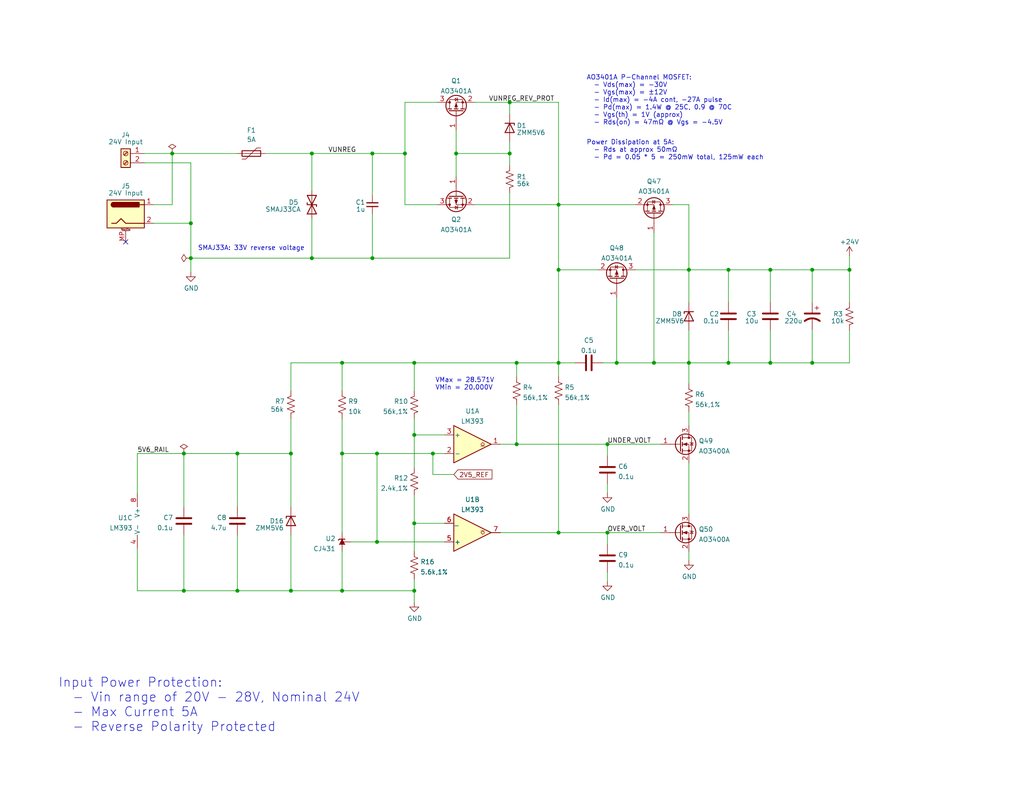
<source format=kicad_sch>
(kicad_sch (version 20211123) (generator eeschema)
  (paper "USLetter")
  (title_block (title "Luminator MAX3000 Custom Driver Board") (date "2023-03-21") (rev "E"))
  (lib_symbols
    (symbol "Comparator:LM393" (pin_names (offset 0.127))
      (property "Reference" "U" (at 3.81 3.81 0))
      (property "Value" "LM393" (at 6.35 -3.81 0))
      (symbol "LM393_1_1"
        (polyline (pts (xy -5.08 5.08) (xy 5.08 0) (xy -5.08 -5.08) (xy -5.08 5.08)) (stroke (width 0.254)) (fill (type background)))
        (polyline (pts (xy 3.302 -0.508) (xy 2.794 -0.508) (xy 3.302 0) (xy 2.794 0.508) (xy 2.286 0) (xy 2.794 -0.508) (xy 2.286 -0.508)) (stroke (width 0.127)))
        (pin open_collector line (at 7.62 0 180) (length 2.54) (name "~") (number "1"))
        (pin input line (at -7.62 -2.54 0) (length 2.54) (name "-") (number "2"))
        (pin input line (at -7.62 2.54 0) (length 2.54) (name "+") (number "3"))
      )
      (symbol "LM393_2_1"
        (polyline (pts (xy -5.08 5.08) (xy 5.08 0) (xy -5.08 -5.08) (xy -5.08 5.08)) (stroke (width 0.254)) (fill (type background)))
        (polyline (pts (xy 3.302 -0.508) (xy 2.794 -0.508) (xy 3.302 0) (xy 2.794 0.508) (xy 2.286 0) (xy 2.794 -0.508) (xy 2.286 -0.508)) (stroke (width 0.127)))
        (pin input line (at -7.62 2.54 0) (length 2.54) (name "+") (number "5"))
        (pin input line (at -7.62 -2.54 0) (length 2.54) (name "_") (number "6"))
        (pin open_collector line (at 7.62 0 180) (length 2.54) (name "~") (number "7"))
      )
      (symbol "LM393_3_1"
        (pin power_in line (at -2.54 -7.62 90) (length 3.81) (name "V-") (number "4"))
        (pin power_in line (at -2.54 7.62 270) (length 3.81) (name "V+") (number "8"))
      )
    )
    (symbol "Connector:Barrel_Jack_MountingPin" (pin_names hide)
      (property "Reference" "J" (at 0 5.334 0))
      (property "Value" "Barrel_Jack_MountingPin" (at 1.27 -6.35 0))
      (symbol "Barrel_Jack_MountingPin_0_1"
        (rectangle (start -5.08 3.81) (end 5.08 -3.81) (stroke (width 0.254)) (fill (type background)))
        (arc (start -3.302 3.175) (mid -3.937 2.54) (end -3.302 1.905) (stroke (width 0.254)))
        (arc (start -3.302 3.175) (mid -3.937 2.54) (end -3.302 1.905) (stroke (width 0.254)) (fill (type outline)))
        (polyline (pts (xy 5.08 2.54) (xy 3.81 2.54)) (stroke (width 0.254)))
        (polyline (pts (xy -3.81 -2.54) (xy -2.54 -2.54) (xy -1.27 -1.27) (xy 0 -2.54) (xy 2.54 -2.54) (xy 5.08 -2.54)) (stroke (width 0.254)))
        (rectangle (start 3.683 3.175) (end -3.302 1.905) (stroke (width 0.254)) (fill (type outline)))
      )
      (symbol "Barrel_Jack_MountingPin_1_1"
        (polyline (pts (xy -1.016 -4.572) (xy 1.016 -4.572)) (stroke (width 0.1524)))
        (text "Mounting" (at 0 -4.191 0) (effects (font (size 0.381 0.381))))
        (pin passive line (at 7.62 2.54 180) (length 2.54) (name "~") (number "1"))
        (pin passive line (at 7.62 -2.54 180) (length 2.54) (name "~") (number "2"))
        (pin passive line (at 0 -7.62 90) (length 3.048) (name "MountPin") (number "MP"))
      )
    )
    (symbol "Connector:Screw_Terminal_01x02" (pin_names (offset 1.016) hide)
      (property "Reference" "J" (at 0 2.54 0))
      (property "Value" "Screw_Terminal_01x02" (at 0 -5.08 0))
      (symbol "Screw_Terminal_01x02_1_1"
        (rectangle (start -1.27 1.27) (end 1.27 -3.81) (stroke (width 0.254)) (fill (type background)))
        (circle (center 0 -2.54) (radius 0.635) (stroke (width 0.1524)))
        (polyline (pts (xy -0.5334 -2.2098) (xy 0.3302 -3.048)) (stroke (width 0.1524)))
        (polyline (pts (xy -0.5334 0.3302) (xy 0.3302 -0.508)) (stroke (width 0.1524)))
        (polyline (pts (xy -0.3556 -2.032) (xy 0.508 -2.8702)) (stroke (width 0.1524)))
        (polyline (pts (xy -0.3556 0.508) (xy 0.508 -0.3302)) (stroke (width 0.1524)))
        (circle (center 0 0) (radius 0.635) (stroke (width 0.1524)))
        (pin passive line (at -5.08 0 0) (length 3.81) (name "Pin_1") (number "1"))
        (pin passive line (at -5.08 -2.54 0) (length 3.81) (name "Pin_2") (number "2"))
      )
    )
    (symbol "Device:C" (pin_numbers hide) (pin_names (offset 0.254))
      (property "Reference" "C" (at 0.635 2.54 0))
      (property "Value" "C" (at 0.635 -2.54 0))
      (symbol "C_0_1"
        (polyline (pts (xy -2.032 -0.762) (xy 2.032 -0.762)) (stroke (width 0.508)))
        (polyline (pts (xy -2.032 0.762) (xy 2.032 0.762)) (stroke (width 0.508)))
      )
      (symbol "C_1_1"
        (pin passive line (at 0 3.81 270) (length 2.794) (name "~") (number "1"))
        (pin passive line (at 0 -3.81 90) (length 2.794) (name "~") (number "2"))
      )
    )
    (symbol "Device:C_Polarized_US" (pin_numbers hide) (pin_names (offset 0.254) hide)
      (property "Reference" "C" (at 0.635 2.54 0))
      (property "Value" "C_Polarized_US" (at 0.635 -2.54 0))
      (symbol "C_Polarized_US_0_1"
        (polyline (pts (xy -2.032 0.762) (xy 2.032 0.762)) (stroke (width 0.508)))
        (polyline (pts (xy -1.778 2.286) (xy -0.762 2.286)))
        (polyline (pts (xy -1.27 1.778) (xy -1.27 2.794)))
        (arc (start 2.032 -1.27) (mid 0 -0.5572) (end -2.032 -1.27) (stroke (width 0.508)))
      )
      (symbol "C_Polarized_US_1_1"
        (pin passive line (at 0 3.81 270) (length 2.794) (name "~") (number "1"))
        (pin passive line (at 0 -3.81 90) (length 3.302) (name "~") (number "2"))
      )
    )
    (symbol "Device:C_Small" (pin_numbers hide) (pin_names (offset 0.254) hide)
      (property "Reference" "C" (at 0.254 1.778 0))
      (property "Value" "C_Small" (at 0.254 -2.032 0))
      (symbol "C_Small_0_1"
        (polyline (pts (xy -1.524 -0.508) (xy 1.524 -0.508)) (stroke (width 0.3302)))
        (polyline (pts (xy -1.524 0.508) (xy 1.524 0.508)) (stroke (width 0.3048)))
      )
      (symbol "C_Small_1_1"
        (pin passive line (at 0 2.54 270) (length 2.032) (name "~") (number "1"))
        (pin passive line (at 0 -2.54 90) (length 2.032) (name "~") (number "2"))
      )
    )
    (symbol "Device:D_TVS" (pin_numbers hide) (pin_names (offset 1.016) hide)
      (property "Reference" "D" (at 0 2.54 0))
      (property "Value" "D_TVS" (at 0 -2.54 0))
      (symbol "D_TVS_0_1"
        (polyline (pts (xy 1.27 0) (xy -1.27 0)))
        (polyline (pts (xy 0.508 1.27) (xy 0 1.27) (xy 0 -1.27) (xy -0.508 -1.27)) (stroke (width 0.254)))
        (polyline (pts (xy -2.54 1.27) (xy -2.54 -1.27) (xy 2.54 1.27) (xy 2.54 -1.27) (xy -2.54 1.27)) (stroke (width 0.254)))
      )
      (symbol "D_TVS_1_1"
        (pin passive line (at -3.81 0 0) (length 2.54) (name "A1") (number "1"))
        (pin passive line (at 3.81 0 180) (length 2.54) (name "A2") (number "2"))
      )
    )
    (symbol "Device:Polyfuse" (pin_numbers hide) (pin_names (offset 0))
      (property "Reference" "F" (at -2.54 0 90))
      (property "Value" "Polyfuse" (at 2.54 0 90))
      (symbol "Polyfuse_0_1"
        (rectangle (start -0.762 2.54) (end 0.762 -2.54) (stroke (width 0.254)))
        (polyline (pts (xy 0 2.54) (xy 0 -2.54)))
        (polyline (pts (xy -1.524 2.54) (xy -1.524 1.524) (xy 1.524 -1.524) (xy 1.524 -2.54)))
      )
      (symbol "Polyfuse_1_1"
        (pin passive line (at 0 3.81 270) (length 1.27) (name "~") (number "1"))
        (pin passive line (at 0 -3.81 90) (length 1.27) (name "~") (number "2"))
      )
    )
    (symbol "Device:Q_PMOS_GSD" (pin_names (offset 0) hide)
      (property "Reference" "Q" (at 5.08 1.27 0))
      (property "Value" "Q_PMOS_GSD" (at 5.08 -1.27 0))
      (symbol "Q_PMOS_GSD_0_1"
        (polyline (pts (xy 0.254 0) (xy -2.54 0)))
        (polyline (pts (xy 0.254 1.905) (xy 0.254 -1.905)) (stroke (width 0.254)))
        (polyline (pts (xy 0.762 -1.27) (xy 0.762 -2.286)) (stroke (width 0.254)))
        (polyline (pts (xy 0.762 0.508) (xy 0.762 -0.508)) (stroke (width 0.254)))
        (polyline (pts (xy 0.762 2.286) (xy 0.762 1.27)) (stroke (width 0.254)))
        (polyline (pts (xy 2.54 2.54) (xy 2.54 1.778)))
        (polyline (pts (xy 2.54 -2.54) (xy 2.54 0) (xy 0.762 0)))
        (polyline (pts (xy 0.762 1.778) (xy 3.302 1.778) (xy 3.302 -1.778) (xy 0.762 -1.778)))
        (polyline (pts (xy 2.286 0) (xy 1.27 0.381) (xy 1.27 -0.381) (xy 2.286 0)) (fill (type outline)))
        (polyline (pts (xy 2.794 -0.508) (xy 2.921 -0.381) (xy 3.683 -0.381) (xy 3.81 -0.254)))
        (polyline (pts (xy 3.302 -0.381) (xy 2.921 0.254) (xy 3.683 0.254) (xy 3.302 -0.381)))
        (circle (center 1.651 0) (radius 2.794) (stroke (width 0.254)))
        (circle (center 2.54 -1.778) (radius 0.254) (fill (type outline)))
        (circle (center 2.54 1.778) (radius 0.254) (fill (type outline)))
      )
      (symbol "Q_PMOS_GSD_1_1"
        (pin input line (at -5.08 0 0) (length 2.54) (name "G") (number "1"))
        (pin passive line (at 2.54 -5.08 90) (length 2.54) (name "S") (number "2"))
        (pin passive line (at 2.54 5.08 270) (length 2.54) (name "D") (number "3"))
      )
    )
    (symbol "Device:R_US" (pin_numbers hide) (pin_names (offset 0))
      (property "Reference" "R" (at 2.54 0 90))
      (property "Value" "R_US" (at -2.54 0 90))
      (symbol "R_US_0_1"
        (polyline (pts (xy 0 -2.286) (xy 0 -2.54)))
        (polyline (pts (xy 0 2.286) (xy 0 2.54)))
        (polyline (pts (xy 0 -0.762) (xy 1.016 -1.143) (xy 0 -1.524) (xy -1.016 -1.905) (xy 0 -2.286)))
        (polyline (pts (xy 0 0.762) (xy 1.016 0.381) (xy 0 0) (xy -1.016 -0.381) (xy 0 -0.762)))
        (polyline (pts (xy 0 2.286) (xy 1.016 1.905) (xy 0 1.524) (xy -1.016 1.143) (xy 0 0.762)))
      )
      (symbol "R_US_1_1"
        (pin passive line (at 0 3.81 270) (length 1.27) (name "~") (number "1"))
        (pin passive line (at 0 -3.81 90) (length 1.27) (name "~") (number "2"))
      )
    )
    (symbol "Diode:ZMMxx" (pin_numbers hide) (pin_names (offset 1.016) hide)
      (property "Reference" "D" (at 0 2.54 0))
      (property "Value" "ZMMxx" (at 0 -2.54 0))
      (symbol "ZMMxx_0_1"
        (polyline (pts (xy 1.27 0) (xy -1.27 0)))
        (polyline (pts (xy -1.27 -1.27) (xy -1.27 1.27) (xy -0.762 1.27)) (stroke (width 0.254)))
        (polyline (pts (xy 1.27 -1.27) (xy 1.27 1.27) (xy -1.27 0) (xy 1.27 -1.27)) (stroke (width 0.254)))
      )
      (symbol "ZMMxx_1_1"
        (pin passive line (at -3.81 0 0) (length 2.54) (name "K") (number "1"))
        (pin passive line (at 3.81 0 180) (length 2.54) (name "A") (number "2"))
      )
    )
    (symbol "Reference_Voltage:CJ432" (pin_numbers hide) (pin_names hide)
      (property "Reference" "U" (at -2.54 2.54 0))
      (property "Value" "CJ432" (at 0 -2.54 0))
      (symbol "CJ432_0_1"
        (polyline (pts (xy -1.27 0) (xy 0 0) (xy 1.27 0)))
        (polyline (pts (xy -0.762 0.762) (xy 0.762 0) (xy -0.762 -0.762)) (fill (type outline)))
        (polyline (pts (xy 0.508 -1.016) (xy 0.762 -0.762) (xy 0.762 0.762) (xy 0.762 0.762)) (stroke (width 0.254)))
      )
      (symbol "CJ432_1_1"
        (pin passive line (at 0 2.54 270) (length 2.54) (name "REF") (number "1"))
        (pin passive line (at 2.54 0 180) (length 1.27) (name "K") (number "2"))
        (pin passive line (at -2.54 0 0) (length 1.27) (name "A") (number "3"))
      )
    )
    (symbol "Transistor_FET:BSS138" (pin_names hide)
      (property "Reference" "Q" (at 5.08 1.905 0))
      (property "Value" "BSS138" (at 5.08 0 0))
      (symbol "BSS138_0_1"
        (polyline (pts (xy 0.254 0) (xy -2.54 0)))
        (polyline (pts (xy 0.254 1.905) (xy 0.254 -1.905)) (stroke (width 0.254)))
        (polyline (pts (xy 0.762 -1.27) (xy 0.762 -2.286)) (stroke (width 0.254)))
        (polyline (pts (xy 0.762 0.508) (xy 0.762 -0.508)) (stroke (width 0.254)))
        (polyline (pts (xy 0.762 2.286) (xy 0.762 1.27)) (stroke (width 0.254)))
        (polyline (pts (xy 2.54 2.54) (xy 2.54 1.778)))
        (polyline (pts (xy 2.54 -2.54) (xy 2.54 0) (xy 0.762 0)))
        (polyline (pts (xy 0.762 -1.778) (xy 3.302 -1.778) (xy 3.302 1.778) (xy 0.762 1.778)))
        (polyline (pts (xy 1.016 0) (xy 2.032 0.381) (xy 2.032 -0.381) (xy 1.016 0)) (fill (type outline)))
        (polyline (pts (xy 2.794 0.508) (xy 2.921 0.381) (xy 3.683 0.381) (xy 3.81 0.254)))
        (polyline (pts (xy 3.302 0.381) (xy 2.921 -0.254) (xy 3.683 -0.254) (xy 3.302 0.381)))
        (circle (center 1.651 0) (radius 2.794) (stroke (width 0.254)))
        (circle (center 2.54 -1.778) (radius 0.254) (fill (type outline)))
        (circle (center 2.54 1.778) (radius 0.254) (fill (type outline)))
      )
      (symbol "BSS138_1_1"
        (pin input line (at -5.08 0 0) (length 2.54) (name "G") (number "1"))
        (pin passive line (at 2.54 -5.08 90) (length 2.54) (name "S") (number "2"))
        (pin passive line (at 2.54 5.08 270) (length 2.54) (name "D") (number "3"))
      )
    )
    (symbol "power:+24V" (power) (pin_names (offset 0))
      (property "Value" "+24V" (at 0 3.556 0))
      (symbol "+24V_0_1"
        (polyline (pts (xy -0.762 1.27) (xy 0 2.54)))
        (polyline (pts (xy 0 0) (xy 0 2.54)))
        (polyline (pts (xy 0 2.54) (xy 0.762 1.27)))
      )
      (symbol "+24V_1_1"
        (pin power_in line (at 0 0 90) (length 0) hide (name "+24V") (number "1"))
      )
    )
    (symbol "power:GND" (power) (pin_names (offset 0))
      (property "Value" "GND" (at 0 -3.81 0))
      (symbol "GND_0_1"
        (polyline (pts (xy 0 0) (xy 0 -1.27) (xy 1.27 -1.27) (xy 0 -2.54) (xy -1.27 -1.27) (xy 0 -1.27)))
      )
      (symbol "GND_1_1"
        (pin power_in line (at 0 0 270) (length 0) hide (name "GND") (number "1"))
      )
    )
    (symbol "power:PWR_FLAG" (power) (pin_numbers hide) (pin_names (offset 0) hide)
      (property "Value" "PWR_FLAG" (at 0 3.81 0))
      (symbol "PWR_FLAG_0_0"
        (pin power_out line (at 0 0 90) (length 0) (name "pwr") (number "1"))
      )
      (symbol "PWR_FLAG_0_1"
        (polyline (pts (xy 0 0) (xy 0 1.27) (xy -1.016 1.905) (xy 0 2.54) (xy 1.016 1.905) (xy 0 1.27)))
      )
    )
  )
  (junction (at 152.4 145.415))
  (junction (at 113.03 118.745))
  (junction (at 102.87 123.825))
  (junction (at 165.735 145.415))
  (junction (at 93.345 99.06))
  (junction (at 52.07 60.96))
  (junction (at 110.49 41.91))
  (junction (at 46.99 41.91))
  (junction (at 50.165 123.825))
  (junction (at 231.775 73.66))
  (junction (at 178.435 99.06))
  (junction (at 187.96 73.66))
  (junction (at 101.6 41.91))
  (junction (at 198.755 99.06))
  (junction (at 152.4 55.88))
  (junction (at 187.96 99.06))
  (junction (at 210.185 99.06))
  (junction (at 168.275 99.06))
  (junction (at 64.77 161.29))
  (junction (at 139.065 41.91))
  (junction (at 152.4 99.06))
  (junction (at 124.46 41.91))
  (junction (at 140.97 121.285))
  (junction (at 221.615 99.06))
  (junction (at 165.735 121.285))
  (junction (at 140.97 99.06))
  (junction (at 101.6 70.485))
  (junction (at 113.03 161.29))
  (junction (at 85.09 41.91))
  (junction (at 50.165 161.29))
  (junction (at 79.375 161.29))
  (junction (at 139.065 27.94))
  (junction (at 52.07 70.485))
  (junction (at 118.11 123.825))
  (junction (at 85.09 70.485))
  (junction (at 113.03 99.06))
  (junction (at 102.87 147.955))
  (junction (at 93.345 123.825))
  (junction (at 221.615 73.66))
  (junction (at 210.185 73.66))
  (junction (at 64.77 123.825))
  (junction (at 79.375 123.825))
  (junction (at 152.4 73.66))
  (junction (at 198.755 73.66))
  (junction (at 93.345 161.29))
  (junction (at 113.03 142.875))
  (no_connect (at 34.29 66.04))
  (wire (pts (xy 187.96 150.495) (xy 187.96 153.035)))
  (wire (pts (xy 64.77 161.29) (xy 79.375 161.29)))
  (wire (pts (xy 113.03 135.255) (xy 113.03 142.875)))
  (wire (pts (xy 64.77 161.29) (xy 50.165 161.29)))
  (wire (pts (xy 231.775 99.06) (xy 231.775 90.17)))
  (wire (pts (xy 113.03 118.745) (xy 121.285 118.745)))
  (wire (pts (xy 187.96 55.88) (xy 187.96 73.66)))
  (wire (pts (xy 198.755 73.66) (xy 210.185 73.66)))
  (wire (pts (xy 168.275 99.06) (xy 168.275 81.28)))
  (wire (pts (xy 210.185 73.66) (xy 210.185 82.55)))
  (wire (pts (xy 178.435 99.06) (xy 168.275 99.06)))
  (wire (pts (xy 50.165 138.43) (xy 50.165 123.825)))
  (wire (pts (xy 79.375 99.06) (xy 79.375 106.68)))
  (wire (pts (xy 52.07 70.485) (xy 52.07 74.295)))
  (wire (pts (xy 124.46 35.56) (xy 124.46 41.91)))
  (wire (pts (xy 221.615 90.17) (xy 221.615 99.06)))
  (wire (pts (xy 152.4 99.06) (xy 152.4 102.87)))
  (wire (pts (xy 187.96 99.06) (xy 187.96 104.775)))
  (wire (pts (xy 187.96 112.395) (xy 187.96 116.205)))
  (wire (pts (xy 121.285 142.875) (xy 113.03 142.875)))
  (wire (pts (xy 50.165 123.825) (xy 37.465 123.825)))
  (wire (pts (xy 140.97 121.285) (xy 165.735 121.285)))
  (wire (pts (xy 113.03 158.115) (xy 113.03 161.29)))
  (wire (pts (xy 37.465 161.29) (xy 50.165 161.29)))
  (wire (pts (xy 37.465 149.86) (xy 37.465 161.29)))
  (wire (pts (xy 113.03 142.875) (xy 113.03 150.495)))
  (wire (pts (xy 187.96 126.365) (xy 187.96 140.335)))
  (wire (pts (xy 93.345 99.06) (xy 93.345 106.68)))
  (wire (pts (xy 101.6 41.91) (xy 101.6 53.34)))
  (wire (pts (xy 85.09 41.91) (xy 85.09 52.07)))
  (wire (pts (xy 110.49 55.88) (xy 110.49 41.91)))
  (wire (pts (xy 64.77 123.825) (xy 64.77 138.43)))
  (wire (pts (xy 129.54 55.88) (xy 152.4 55.88)))
  (wire (pts (xy 118.11 129.54) (xy 118.11 123.825)))
  (wire (pts (xy 52.07 60.96) (xy 41.91 60.96)))
  (wire (pts (xy 152.4 145.415) (xy 165.735 145.415)))
  (wire (pts (xy 113.03 106.68) (xy 113.03 99.06)))
  (wire (pts (xy 139.065 38.735) (xy 139.065 41.91)))
  (wire (pts (xy 152.4 99.06) (xy 156.845 99.06)))
  (wire (pts (xy 52.07 44.45) (xy 52.07 60.96)))
  (wire (pts (xy 152.4 73.66) (xy 163.195 73.66)))
  (wire (pts (xy 165.735 134.62) (xy 165.735 132.08)))
  (wire (pts (xy 198.755 99.06) (xy 210.185 99.06)))
  (wire (pts (xy 113.03 114.3) (xy 113.03 118.745)))
  (wire (pts (xy 165.735 145.415) (xy 165.735 148.59)))
  (wire (pts (xy 165.735 121.285) (xy 180.34 121.285)))
  (wire (pts (xy 139.065 52.705) (xy 139.065 70.485)))
  (wire (pts (xy 95.885 147.955) (xy 102.87 147.955)))
  (wire (pts (xy 152.4 73.66) (xy 152.4 99.06)))
  (wire (pts (xy 152.4 27.94) (xy 152.4 55.88)))
  (wire (pts (xy 119.38 55.88) (xy 110.49 55.88)))
  (wire (pts (xy 64.77 123.825) (xy 50.165 123.825)))
  (wire (pts (xy 231.775 69.85) (xy 231.775 73.66)))
  (wire (pts (xy 46.99 41.91) (xy 64.77 41.91)))
  (wire (pts (xy 178.435 63.5) (xy 178.435 99.06)))
  (wire (pts (xy 210.185 90.17) (xy 210.185 99.06)))
  (wire (pts (xy 46.99 41.91) (xy 46.99 55.88)))
  (wire (pts (xy 93.345 123.825) (xy 102.87 123.825)))
  (wire (pts (xy 221.615 73.66) (xy 231.775 73.66)))
  (wire (pts (xy 52.07 60.96) (xy 52.07 70.485)))
  (wire (pts (xy 187.96 73.66) (xy 187.96 82.55)))
  (wire (pts (xy 198.755 82.55) (xy 198.755 73.66)))
  (wire (pts (xy 165.735 121.285) (xy 165.735 124.46)))
  (wire (pts (xy 187.96 99.06) (xy 198.755 99.06)))
  (wire (pts (xy 187.96 73.66) (xy 198.755 73.66)))
  (wire (pts (xy 123.825 129.54) (xy 118.11 129.54)))
  (wire (pts (xy 79.375 114.3) (xy 79.375 123.825)))
  (wire (pts (xy 101.6 58.42) (xy 101.6 70.485)))
  (wire (pts (xy 50.165 161.29) (xy 50.165 146.05)))
  (wire (pts (xy 102.87 123.825) (xy 118.11 123.825)))
  (wire (pts (xy 72.39 41.91) (xy 85.09 41.91)))
  (wire (pts (xy 85.09 70.485) (xy 101.6 70.485)))
  (wire (pts (xy 221.615 82.55) (xy 221.615 73.66)))
  (wire (pts (xy 93.345 161.29) (xy 113.03 161.29)))
  (wire (pts (xy 52.07 70.485) (xy 85.09 70.485)))
  (wire (pts (xy 119.38 27.94) (xy 110.49 27.94)))
  (wire (pts (xy 124.46 41.91) (xy 139.065 41.91)))
  (wire (pts (xy 79.375 99.06) (xy 93.345 99.06)))
  (wire (pts (xy 198.755 90.17) (xy 198.755 99.06)))
  (wire (pts (xy 39.37 41.91) (xy 46.99 41.91)))
  (wire (pts (xy 46.99 55.88) (xy 41.91 55.88)))
  (wire (pts (xy 93.345 114.3) (xy 93.345 123.825)))
  (wire (pts (xy 124.46 41.91) (xy 124.46 48.26)))
  (wire (pts (xy 93.345 99.06) (xy 113.03 99.06)))
  (wire (pts (xy 101.6 70.485) (xy 139.065 70.485)))
  (wire (pts (xy 121.285 147.955) (xy 102.87 147.955)))
  (wire (pts (xy 118.11 123.825) (xy 121.285 123.825)))
  (wire (pts (xy 221.615 99.06) (xy 231.775 99.06)))
  (wire (pts (xy 210.185 99.06) (xy 221.615 99.06)))
  (wire (pts (xy 110.49 41.91) (xy 101.6 41.91)))
  (wire (pts (xy 79.375 123.825) (xy 79.375 138.43)))
  (wire (pts (xy 139.065 27.94) (xy 129.54 27.94)))
  (wire (pts (xy 173.355 73.66) (xy 187.96 73.66)))
  (wire (pts (xy 37.465 123.825) (xy 37.465 134.62)))
  (wire (pts (xy 93.345 150.495) (xy 93.345 161.29)))
  (wire (pts (xy 136.525 145.415) (xy 152.4 145.415)))
  (wire (pts (xy 152.4 55.88) (xy 152.4 73.66)))
  (wire (pts (xy 165.735 158.75) (xy 165.735 156.21)))
  (wire (pts (xy 152.4 110.49) (xy 152.4 145.415)))
  (wire (pts (xy 85.09 41.91) (xy 101.6 41.91)))
  (wire (pts (xy 139.065 41.91) (xy 139.065 45.085)))
  (wire (pts (xy 39.37 44.45) (xy 52.07 44.45)))
  (wire (pts (xy 140.97 99.06) (xy 152.4 99.06)))
  (wire (pts (xy 113.03 127.635) (xy 113.03 118.745)))
  (wire (pts (xy 139.065 31.115) (xy 139.065 27.94)))
  (wire (pts (xy 79.375 161.29) (xy 93.345 161.29)))
  (wire (pts (xy 136.525 121.285) (xy 140.97 121.285)))
  (wire (pts (xy 113.03 99.06) (xy 140.97 99.06)))
  (wire (pts (xy 93.345 123.825) (xy 93.345 145.415)))
  (wire (pts (xy 110.49 27.94) (xy 110.49 41.91)))
  (wire (pts (xy 113.03 161.29) (xy 113.03 164.465)))
  (wire (pts (xy 152.4 27.94) (xy 139.065 27.94)))
  (wire (pts (xy 152.4 55.88) (xy 173.355 55.88)))
  (wire (pts (xy 187.96 90.17) (xy 187.96 99.06)))
  (wire (pts (xy 183.515 55.88) (xy 187.96 55.88)))
  (wire (pts (xy 102.87 123.825) (xy 102.87 147.955)))
  (wire (pts (xy 165.735 145.415) (xy 180.34 145.415)))
  (wire (pts (xy 187.96 99.06) (xy 178.435 99.06)))
  (wire (pts (xy 210.185 73.66) (xy 221.615 73.66)))
  (wire (pts (xy 64.77 146.05) (xy 64.77 161.29)))
  (wire (pts (xy 140.97 99.06) (xy 140.97 102.87)))
  (wire (pts (xy 231.775 73.66) (xy 231.775 82.55)))
  (wire (pts (xy 79.375 146.05) (xy 79.375 161.29)))
  (wire (pts (xy 85.09 59.69) (xy 85.09 70.485)))
  (wire (pts (xy 140.97 110.49) (xy 140.97 121.285)))
  (wire (pts (xy 164.465 99.06) (xy 168.275 99.06)))
  (wire (pts (xy 79.375 123.825) (xy 64.77 123.825)))
  (text "Power Dissipation at 5A:\n  - Rds at approx 50mΩ\n  - Pd = 0.05 * 5 = 250mW total, 125mW each" (at 160.02 43.815 0) (effects (font (size 1.27 1.27)) (justify left bottom)))
  (text "Input Power Protection:\n  - Vin range of 20V - 28V, Nominal 24V\n  - Max Current 5A\n  - Reverse Polarity Protected" (at 15.875 200.025 0) (effects (font (size 2.5 2.5)) (justify left bottom)))
  (text "SMAJ33A: 33V reverse voltage" (at 53.975 68.58 0) (effects (font (size 1.27 1.27)) (justify left bottom)))
  (text "AO3401A P-Channel MOSFET:\n  - Vds(max) = -30V\n  - Vgs(max) = ±12V\n  - Id(max) = -4A cont, -27A pulse\n  - Pd(max) = 1.4W @ 25C, 0.9 @ 70C\n  - Vgs(th) = 1V (approx)\n  - Rds(on) = 47mΩ @ Vgs = -4.5V\n" (at 160.02 34.29 0) (effects (font (size 1.27 1.27)) (justify left bottom)))
  (text "VMax = 28.571V\nVMin = 20.000V" (at 118.745 106.68 0) (effects (font (size 1.27 1.27)) (justify left bottom)))
  (label "UNDER_VOLT" (at 165.735 121.285 0))
  (label "OVER_VOLT" (at 165.735 145.415 0))
  (label "5V6_RAIL" (at 37.465 123.825 0))
  (label "VUNREG_REV_PROT" (at 133.35 27.94 0))
  (label "VUNREG" (at 89.535 41.91 0))
  (global_label "2V5_REF" (shape input) (at 123.825 129.54 0) (property "Intersheet References" "${INTERSHEET_REFS}" (effects hide)))
  (symbol (lib_id "Device:C") (at 160.655 99.06 90) (unit 1)
    (property "Reference" "C5" (at 160.655 92.9345 90))
    (property "Value" "0.1u" (at 160.655 95.7096 90))
    (property "Footprint" "Capacitor_SMD:C_0603_1608Metric" (effects hide))
    (property "Digikey" "311-1344-1-ND" (effects hide))
    (property "LCSC" "C14663" (effects hide))
  )
  (symbol (lib_id "Device:C") (at 210.185 86.36 0) (mirror x) (unit 1)
    (property "Reference" "C3" (at 206.375 85.725 0) (effects (justify right)))
    (property "Value" "10u" (at 207.01 87.63 0) (effects (justify right)))
    (property "Footprint" "Capacitor_SMD:C_0805_2012Metric" (effects hide))
    (property "LCSC" "C440198" (effects hide))
    (property "Digikey" "490-18663-1-ND" (effects hide))
  )
  (symbol (lib_id "Transistor_FET:BSS138") (at 185.42 121.285 0) (unit 1)
    (property "Reference" "Q49" (at 190.627 120.3765 0) (effects (justify left)))
    (property "Value" "AO3400A" (at 190.627 123.1516 0) (effects (justify left)))
    (property "Footprint" "Package_TO_SOT_SMD:SOT-23" (effects hide))
    (property "Datasheet" "https://www.onsemi.com/pub/Collateral/BSS138-D.PDF" (effects hide))
    (property "Digikey" "785-1000-1-ND" (effects hide))
    (property "LCSC" "C20917" (effects hide))
  )
  (symbol (lib_id "power:PWR_FLAG") (at 46.99 41.91 0) (unit 1)
    (property "Reference" "#FLG01" (effects hide))
    (property "Value" "PWR_FLAG" (effects hide))
  )
  (symbol (lib_id "Comparator:LM393") (at 128.905 121.285 0) (unit 1)
    (property "Reference" "U1" (at 128.905 112.2385 0))
    (property "Value" "LM393" (at 128.905 115.0136 0))
    (property "Footprint" "Package_SO:SOIC-8_3.9x4.9mm_P1.27mm" (effects hide))
    (property "Datasheet" "http://www.ti.com/lit/ds/symlink/lm393.pdf" (effects hide))
    (property "LCSC" "C7955" (effects hide))
  )
  (symbol (lib_id "Device:R_US") (at 187.96 108.585 0) (unit 1)
    (property "Reference" "R6" (at 189.611 107.6765 0) (effects (justify left)))
    (property "Value" "56k,1%" (at 189.611 110.4516 0) (effects (justify left)))
    (property "Footprint" "Resistor_SMD:R_0603_1608Metric" (effects hide))
    (property "LCSC" "C23206" (effects hide))
  )
  (symbol (lib_id "power:PWR_FLAG") (at 52.07 70.485 90) (unit 1)
    (property "Reference" "#FLG02" (effects hide))
    (property "Value" "PWR_FLAG" (effects hide))
  )
  (symbol (lib_id "Comparator:LM393") (at 128.905 145.415 0) (mirror x) (unit 2)
    (property "Reference" "U1" (at 128.905 136.3685 0))
    (property "Value" "LM393" (at 128.905 139.1436 0))
    (property "Footprint" "Package_SO:SOIC-8_3.9x4.9mm_P1.27mm" (effects hide))
    (property "Datasheet" "http://www.ti.com/lit/ds/symlink/lm393.pdf" (effects hide))
    (property "LCSC" "C7955" (effects hide))
  )
  (symbol (lib_id "Device:R_US") (at 139.065 48.895 0) (mirror x) (unit 1)
    (property "Reference" "R1" (at 140.97 48.26 0) (effects (justify left)))
    (property "Value" "56k" (at 140.97 50.165 0) (effects (justify left)))
    (property "Footprint" "Resistor_SMD:R_0603_1608Metric" (effects hide))
    (property "LCSC" "C23206" (effects hide))
  )
  (symbol (lib_id "Device:Q_PMOS_GSD") (at 168.275 76.2 270) (mirror x) (unit 1)
    (property "Reference" "Q48" (at 168.275 67.7099 90))
    (property "Value" "AO3401A" (at 168.275 70.485 90))
    (property "Footprint" "Package_TO_SOT_SMD:SOT-23" (effects hide))
    (property "Digikey" "785-1001-1-ND" (effects hide))
    (property "LCSC" "C15127" (effects hide))
  )
  (symbol (lib_id "Diode:ZMMxx") (at 79.375 142.24 90) (mirror x) (unit 1)
    (property "Reference" "D16" (at 77.47 142.24 90) (effects (justify left)))
    (property "Value" "ZMM5V6" (at 77.47 144.145 90) (effects (justify left)))
    (property "Footprint" "Diode_SMD:D_MiniMELF" (effects hide))
    (property "Datasheet" "https://diotec.com/tl_files/diotec/files/pdf/datasheets/zmm1.pdf" (effects hide))
    (property "LCSC" "C8062" (effects hide))
    (property "Digikey" "1727-1888-1-ND" (effects hide))
  )
  (symbol (lib_id "Device:R_US") (at 140.97 106.68 0) (unit 1)
    (property "Reference" "R4" (at 142.621 105.7715 0) (effects (justify left)))
    (property "Value" "56k,1%" (at 142.621 108.5466 0) (effects (justify left)))
    (property "Footprint" "Resistor_SMD:R_0603_1608Metric" (effects hide))
    (property "LCSC" "C23206" (effects hide))
  )
  (symbol (lib_id "Device:C") (at 50.165 142.24 0) (mirror x) (unit 1)
    (property "Reference" "C7" (at 47.244 141.3315 0) (effects (justify right)))
    (property "Value" "0.1u" (at 47.244 144.1066 0) (effects (justify right)))
    (property "Footprint" "Capacitor_SMD:C_0603_1608Metric" (effects hide))
    (property "Digikey" "311-1344-1-ND" (effects hide))
    (property "LCSC" "C14663" (effects hide))
  )
  (symbol (lib_id "Device:R_US") (at 231.775 86.36 0) (mirror x) (unit 1)
    (property "Reference" "R3" (at 227.33 85.725 0) (effects (justify left)))
    (property "Value" "10k" (at 226.695 87.63 0) (effects (justify left)))
    (property "Footprint" "Resistor_SMD:R_0805_2012Metric" (effects hide))
    (property "LCSC" "C17414" (effects hide))
    (property "Digikey" "RMCF0805JT10K0CT-ND" (effects hide))
  )
  (symbol (lib_id "Connector:Screw_Terminal_01x02") (at 34.29 41.91 0) (mirror y) (unit 1)
    (property "Reference" "J4" (at 34.29 36.83 0))
    (property "Value" "24V Input" (at 34.29 38.735 0))
    (property "Footprint" "TerminalBlock_Phoenix:TerminalBlock_Phoenix_MKDS-1,5-2_1x02_P5.00mm_Horizontal" (effects hide))
    (property "Digikey" "732-10955-ND" (effects hide))
  )
  (symbol (lib_id "Device:Q_PMOS_GSD") (at 124.46 53.34 90) (mirror x) (unit 1)
    (property "Reference" "Q2" (at 124.46 59.9345 90))
    (property "Value" "AO3401A" (at 124.46 62.7096 90))
    (property "Footprint" "Package_TO_SOT_SMD:SOT-23" (effects hide))
    (property "Digikey" "785-1001-1-ND" (effects hide))
    (property "LCSC" "C15127" (effects hide))
  )
  (symbol (lib_id "Device:C_Polarized_US") (at 221.615 86.36 0) (mirror y) (unit 1)
    (property "Reference" "C4" (at 214.63 85.725 0) (effects (justify right)))
    (property "Value" "220u" (at 213.995 87.63 0) (effects (justify right)))
    (property "Footprint" "Capacitor_SMD:CP_Elec_10x10" (effects hide))
    (property "LCSC" "C125977" (effects hide))
    (property "Digikey" "1189-1654-1-ND" (effects hide))
  )
  (symbol (lib_id "Device:R_US") (at 113.03 131.445 0) (mirror y) (unit 1)
    (property "Reference" "R12" (at 111.379 130.5365 0) (effects (justify left)))
    (property "Value" "2.4k,1%" (at 111.379 133.3116 0) (effects (justify left)))
    (property "Footprint" "Resistor_SMD:R_0603_1608Metric" (effects hide))
    (property "LCSC" "C22940" (effects hide))
  )
  (symbol (lib_id "Device:R_US") (at 152.4 106.68 0) (unit 1)
    (property "Reference" "R5" (at 154.051 105.7715 0) (effects (justify left)))
    (property "Value" "56k,1%" (at 154.051 108.5466 0) (effects (justify left)))
    (property "Footprint" "Resistor_SMD:R_0603_1608Metric" (effects hide))
    (property "LCSC" "C23206" (effects hide))
  )
  (symbol (lib_id "Device:R_US") (at 113.03 110.49 0) (mirror y) (unit 1)
    (property "Reference" "R10" (at 111.379 109.5815 0) (effects (justify left)))
    (property "Value" "56k,1%" (at 111.379 112.3566 0) (effects (justify left)))
    (property "Footprint" "Resistor_SMD:R_0603_1608Metric" (effects hide))
    (property "LCSC" "C23206" (effects hide))
  )
  (symbol (lib_id "power:GND") (at 165.735 134.62 0) (unit 1)
    (property "Reference" "#PWR07" (effects hide))
    (property "Value" "GND" (at 165.862 139.0142 0))
  )
  (symbol (lib_id "Device:C") (at 165.735 128.27 0) (unit 1)
    (property "Reference" "C6" (at 168.656 127.3615 0) (effects (justify left)))
    (property "Value" "0.1u" (at 168.656 130.1366 0) (effects (justify left)))
    (property "Footprint" "Capacitor_SMD:C_0603_1608Metric" (effects hide))
    (property "Digikey" "311-1344-1-ND" (effects hide))
    (property "LCSC" "C14663" (effects hide))
  )
  (symbol (lib_id "Comparator:LM393") (at 34.925 142.24 0) (mirror y) (unit 3)
    (property "Reference" "U1" (at 36.195 141.3699 0) (effects (justify left)))
    (property "Value" "LM393" (at 36.195 144.145 0) (effects (justify left)))
    (property "Footprint" "Package_SO:SOIC-8_3.9x4.9mm_P1.27mm" (effects hide))
    (property "Datasheet" "http://www.ti.com/lit/ds/symlink/lm393.pdf" (effects hide))
    (property "LCSC" "C7955" (effects hide))
  )
  (symbol (lib_id "Diode:ZMMxx") (at 187.96 86.36 90) (mirror x) (unit 1)
    (property "Reference" "D8" (at 186.055 85.725 90) (effects (justify left)))
    (property "Value" "ZMM5V6" (at 186.69 87.63 90) (effects (justify left)))
    (property "Footprint" "Diode_SMD:D_MiniMELF" (effects hide))
    (property "Datasheet" "https://diotec.com/tl_files/diotec/files/pdf/datasheets/zmm1.pdf" (effects hide))
    (property "LCSC" "C8062" (effects hide))
    (property "Digikey" "1727-1888-1-ND" (effects hide))
  )
  (symbol (lib_id "Connector:Barrel_Jack_MountingPin") (at 34.29 58.42 0) (unit 1)
    (property "Reference" "J5" (at 34.29 50.8 0))
    (property "Value" "24V Input" (at 34.29 52.705 0))
    (property "Footprint" "Connector_BarrelJack:BarrelJack_Horizontal" (effects hide))
    (property "Digikey" "732-5930-ND" (effects hide))
  )
  (symbol (lib_id "Device:Q_PMOS_GSD") (at 178.435 58.42 270) (mirror x) (unit 1)
    (property "Reference" "Q47" (at 178.435 49.53 90))
    (property "Value" "AO3401A" (at 178.435 52.2254 90))
    (property "Footprint" "Package_TO_SOT_SMD:SOT-23" (effects hide))
    (property "Digikey" "785-1001-1-ND" (effects hide))
    (property "LCSC" "C15127" (effects hide))
  )
  (symbol (lib_id "Device:C") (at 64.77 142.24 0) (mirror y) (unit 1)
    (property "Reference" "C8" (at 61.849 141.3315 0) (effects (justify left)))
    (property "Value" "4.7u" (at 61.849 144.1066 0) (effects (justify left)))
    (property "Footprint" "Capacitor_SMD:C_1206_3216Metric" (effects hide))
    (property "LCSC" "C29823" (effects hide))
  )
  (symbol (lib_id "power:GND") (at 52.07 74.295 0) (unit 1)
    (property "Reference" "#PWR06" (effects hide))
    (property "Value" "GND" (at 52.197 78.6892 0))
  )
  (symbol (lib_id "power:GND") (at 187.96 153.035 0) (unit 1)
    (property "Reference" "#PWR08" (effects hide))
    (property "Value" "GND" (at 188.087 157.4292 0))
  )
  (symbol (lib_id "power:PWR_FLAG") (at 50.165 123.825 0) (unit 1)
    (property "Reference" "#FLG0101" (effects hide))
    (property "Value" "PWR_FLAG" (effects hide))
  )
  (symbol (lib_id "Device:Polyfuse") (at 68.58 41.91 90) (unit 1)
    (property "Reference" "F1" (at 69.85 35.56 90) (effects (justify left)))
    (property "Value" "5A" (at 69.85 38.1 90) (effects (justify left)))
    (property "Footprint" "Fuse:Fuse_0603_1608Metric" (effects hide))
    (property "LCSC" "C553915" (effects hide))
    (property "Digikey" "507-0ABB-5000-TMCT-ND" (effects hide))
  )
  (symbol (lib_id "Reference_Voltage:CJ432") (at 93.345 147.955 270) (mirror x) (unit 1)
    (property "Reference" "U2" (at 91.567 147.0465 90) (effects (justify right)))
    (property "Value" "CJ431" (at 91.567 149.8216 90) (effects (justify right)))
    (property "Footprint" "Package_TO_SOT_SMD:SOT-23" (effects hide))
    (property "Datasheet" "http://www.cj-elec.com/txUpfile/20134181474991806.pdf" (effects hide))
    (property "LCSC" "C3113" (effects hide))
  )
  (symbol (lib_id "Device:R_US") (at 79.375 110.49 0) (mirror y) (unit 1)
    (property "Reference" "R7" (at 77.724 109.5815 0) (effects (justify left)))
    (property "Value" "56k" (at 77.47 111.76 0) (effects (justify left)))
    (property "Footprint" "Resistor_SMD:R_0603_1608Metric" (effects hide))
    (property "LCSC" "C23206" (effects hide))
  )
  (symbol (lib_id "power:GND") (at 113.03 164.465 0) (unit 1)
    (property "Reference" "#PWR012" (effects hide))
    (property "Value" "GND" (at 113.157 168.8592 0))
  )
  (symbol (lib_id "Device:D_TVS") (at 85.09 55.88 90) (unit 1)
    (property "Reference" "D5" (at 78.74 55.245 90) (effects (justify right)))
    (property "Value" "SMAJ33CA" (at 72.39 57.15 90) (effects (justify right)))
    (property "Footprint" "Diode_SMD:D_SMA" (effects hide))
    (property "LCSC" "C3019524" (effects hide))
    (property "Digikey" "SMAJ33CALFCT-ND" (effects hide))
  )
  (symbol (lib_id "Device:R_US") (at 113.03 154.305 0) (unit 1)
    (property "Reference" "R16" (at 114.681 153.3965 0) (effects (justify left)))
    (property "Value" "5.6k,1%" (at 114.681 156.1716 0) (effects (justify left)))
    (property "Footprint" "Resistor_SMD:R_0603_1608Metric" (effects hide))
    (property "LCSC" "C23189" (effects hide))
  )
  (symbol (lib_id "power:GND") (at 165.735 158.75 0) (unit 1)
    (property "Reference" "#PWR011" (effects hide))
    (property "Value" "GND" (at 165.862 163.1442 0))
  )
  (symbol (lib_id "Device:Q_PMOS_GSD") (at 124.46 30.48 90) (unit 1)
    (property "Reference" "Q1" (at 124.46 22.0685 90))
    (property "Value" "AO3401A" (at 124.46 24.8436 90))
    (property "Footprint" "Package_TO_SOT_SMD:SOT-23" (effects hide))
    (property "Digikey" "785-1001-1-ND" (effects hide))
    (property "LCSC" "C15127" (effects hide))
  )
  (symbol (lib_id "Diode:ZMMxx") (at 139.065 34.925 270) (unit 1)
    (property "Reference" "D1" (at 140.97 34.29 90) (effects (justify left)))
    (property "Value" "ZMM5V6" (at 140.97 36.195 90) (effects (justify left)))
    (property "Footprint" "Diode_SMD:D_MiniMELF" (effects hide))
    (property "Datasheet" "https://diotec.com/tl_files/diotec/files/pdf/datasheets/zmm1.pdf" (effects hide))
    (property "LCSC" "C8062" (effects hide))
    (property "Digikey" "1727-1888-1-ND" (effects hide))
  )
  (symbol (lib_id "Device:C_Small") (at 101.6 55.88 0) (mirror x) (unit 1)
    (property "Reference" "C1" (at 99.695 55.245 0) (effects (justify right)))
    (property "Value" "1u" (at 99.695 57.15 0) (effects (justify right)))
    (property "Footprint" "Capacitor_SMD:C_0805_2012Metric" (effects hide))
    (property "LCSC" "C28323" (effects hide))
  )
  (symbol (lib_id "Transistor_FET:BSS138") (at 185.42 145.415 0) (unit 1)
    (property "Reference" "Q50" (at 190.627 144.5065 0) (effects (justify left)))
    (property "Value" "AO3400A" (at 190.627 147.2816 0) (effects (justify left)))
    (property "Footprint" "Package_TO_SOT_SMD:SOT-23" (effects hide))
    (property "Datasheet" "https://www.onsemi.com/pub/Collateral/BSS138-D.PDF" (effects hide))
    (property "Digikey" "785-1000-1-ND" (effects hide))
    (property "LCSC" "C20917" (effects hide))
  )
  (symbol (lib_id "Device:C") (at 198.755 86.36 0) (mirror y) (unit 1)
    (property "Reference" "C2" (at 196.215 85.725 0) (effects (justify left)))
    (property "Value" "0.1u" (at 196.215 87.63 0) (effects (justify left)))
    (property "Footprint" "Capacitor_SMD:C_0603_1608Metric" (effects hide))
    (property "Digikey" "311-1344-1-ND" (effects hide))
    (property "LCSC" "C14663" (effects hide))
  )
  (symbol (lib_id "power:+24V") (at 231.775 69.85 0) (unit 1)
    (property "Reference" "#PWR02" (effects hide))
    (property "Value" "+24V" (at 231.775 66.04 0))
  )
  (symbol (lib_id "Device:C") (at 165.735 152.4 0) (unit 1)
    (property "Reference" "C9" (at 168.656 151.4915 0) (effects (justify left)))
    (property "Value" "0.1u" (at 168.656 154.2666 0) (effects (justify left)))
    (property "Footprint" "Capacitor_SMD:C_0603_1608Metric" (effects hide))
    (property "Digikey" "311-1344-1-ND" (effects hide))
    (property "LCSC" "C14663" (effects hide))
  )
  (symbol (lib_id "Device:R_US") (at 93.345 110.49 0) (unit 1)
    (property "Reference" "R9" (at 94.996 109.5815 0) (effects (justify left)))
    (property "Value" "10k" (at 94.996 112.3566 0) (effects (justify left)))
    (property "Footprint" "Resistor_SMD:R_0805_2012Metric" (effects hide))
    (property "LCSC" "C17414" (effects hide))
  )
)
</source>
